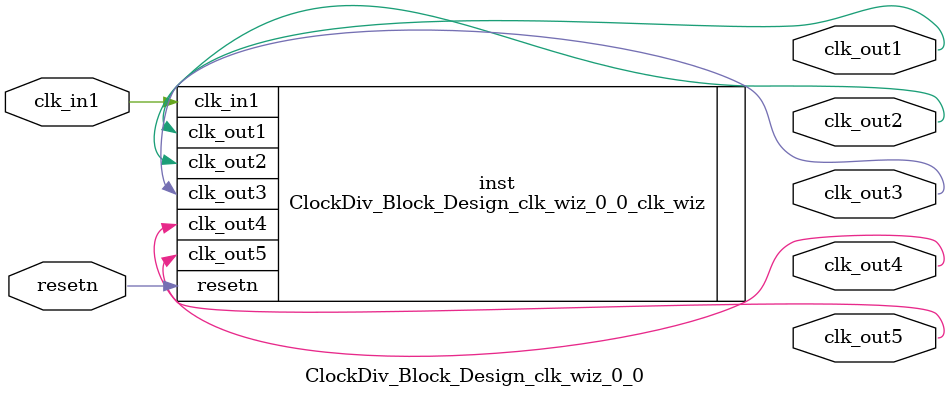
<source format=v>


`timescale 1ps/1ps

(* CORE_GENERATION_INFO = "ClockDiv_Block_Design_clk_wiz_0_0,clk_wiz_v6_0_3_0_0,{component_name=ClockDiv_Block_Design_clk_wiz_0_0,use_phase_alignment=false,use_min_o_jitter=false,use_max_i_jitter=false,use_dyn_phase_shift=false,use_inclk_switchover=false,use_dyn_reconfig=false,enable_axi=0,feedback_source=FDBK_AUTO,PRIMITIVE=MMCM,num_out_clk=5,clkin1_period=4.000,clkin2_period=10.0,use_power_down=false,use_reset=true,use_locked=false,use_inclk_stopped=false,feedback_type=SINGLE,CLOCK_MGR_TYPE=NA,manual_override=false}" *)

module ClockDiv_Block_Design_clk_wiz_0_0 
 (
  // Clock out ports
  output        clk_out1,
  output        clk_out2,
  output        clk_out3,
  output        clk_out4,
  output        clk_out5,
  // Status and control signals
  input         resetn,
 // Clock in ports
  input         clk_in1
 );

  ClockDiv_Block_Design_clk_wiz_0_0_clk_wiz inst
  (
  // Clock out ports  
  .clk_out1(clk_out1),
  .clk_out2(clk_out2),
  .clk_out3(clk_out3),
  .clk_out4(clk_out4),
  .clk_out5(clk_out5),
  // Status and control signals               
  .resetn(resetn), 
 // Clock in ports
  .clk_in1(clk_in1)
  );

endmodule

</source>
